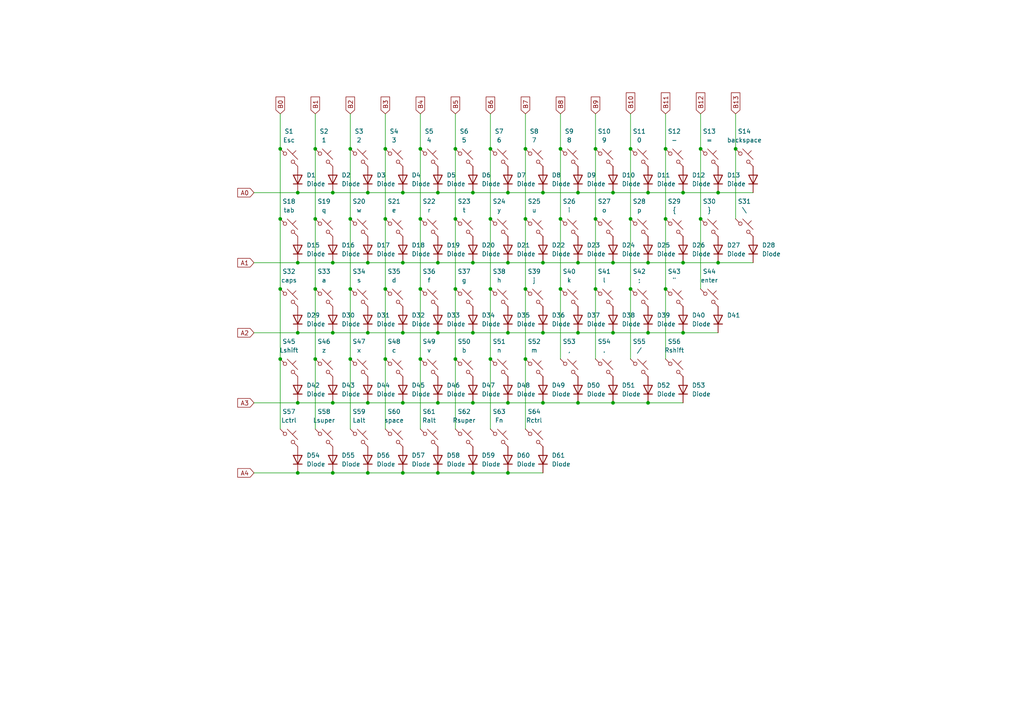
<source format=kicad_sch>
(kicad_sch (version 20231120) (generator "eeschema") (generator_version "8.0")
  (paper "A4")
  (title_block (title "KP1800 Matrix") (date "2025-03-19") (rev "0.1"))
  (junction (at 177.8 76.2))
  (junction (at 116.84 137.16))
  (junction (at 177.8 116.84))
  (junction (at 116.84 116.84))
  (junction (at 152.4 63.5))
  (junction (at 121.92 104.14))
  (junction (at 172.72 43.18))
  (junction (at 167.64 116.84))
  (junction (at 81.28 43.18))
  (junction (at 142.24 43.18))
  (junction (at 152.4 83.82))
  (junction (at 157.48 96.52))
  (junction (at 101.6 63.5))
  (junction (at 162.56 83.82))
  (junction (at 203.2 63.5))
  (junction (at 137.16 55.88))
  (junction (at 91.44 83.82))
  (junction (at 147.32 76.2))
  (junction (at 147.32 137.16))
  (junction (at 187.96 55.88))
  (junction (at 121.92 43.18))
  (junction (at 182.88 63.5))
  (junction (at 127 76.2))
  (junction (at 152.4 43.18))
  (junction (at 157.48 76.2))
  (junction (at 132.08 43.18))
  (junction (at 137.16 96.52))
  (junction (at 81.28 63.5))
  (junction (at 213.36 43.18))
  (junction (at 127 96.52))
  (junction (at 101.6 43.18))
  (junction (at 198.12 96.52))
  (junction (at 193.04 43.18))
  (junction (at 96.52 55.88))
  (junction (at 198.12 76.2))
  (junction (at 147.32 96.52))
  (junction (at 137.16 76.2))
  (junction (at 106.68 96.52))
  (junction (at 147.32 116.84))
  (junction (at 147.32 55.88))
  (junction (at 106.68 116.84))
  (junction (at 137.16 137.16))
  (junction (at 162.56 63.5))
  (junction (at 142.24 104.14))
  (junction (at 121.92 83.82))
  (junction (at 91.44 104.14))
  (junction (at 101.6 104.14))
  (junction (at 142.24 83.82))
  (junction (at 182.88 83.82))
  (junction (at 132.08 104.14))
  (junction (at 81.28 104.14))
  (junction (at 96.52 116.84))
  (junction (at 96.52 76.2))
  (junction (at 167.64 76.2))
  (junction (at 203.2 43.18))
  (junction (at 127 137.16))
  (junction (at 86.36 55.88))
  (junction (at 157.48 55.88))
  (junction (at 111.76 83.82))
  (junction (at 198.12 55.88))
  (junction (at 137.16 116.84))
  (junction (at 101.6 83.82))
  (junction (at 116.84 55.88))
  (junction (at 187.96 116.84))
  (junction (at 187.96 96.52))
  (junction (at 111.76 104.14))
  (junction (at 187.96 76.2))
  (junction (at 182.88 43.18))
  (junction (at 162.56 43.18))
  (junction (at 132.08 63.5))
  (junction (at 152.4 104.14))
  (junction (at 116.84 76.2))
  (junction (at 96.52 137.16))
  (junction (at 142.24 63.5))
  (junction (at 106.68 137.16))
  (junction (at 157.48 116.84))
  (junction (at 208.28 55.88))
  (junction (at 91.44 43.18))
  (junction (at 86.36 76.2))
  (junction (at 127 55.88))
  (junction (at 106.68 76.2))
  (junction (at 81.28 83.82))
  (junction (at 86.36 116.84))
  (junction (at 121.92 63.5))
  (junction (at 96.52 96.52))
  (junction (at 177.8 96.52))
  (junction (at 116.84 96.52))
  (junction (at 177.8 55.88))
  (junction (at 86.36 96.52))
  (junction (at 208.28 76.2))
  (junction (at 167.64 96.52))
  (junction (at 172.72 63.5))
  (junction (at 91.44 63.5))
  (junction (at 106.68 55.88))
  (junction (at 167.64 55.88))
  (junction (at 132.08 83.82))
  (junction (at 193.04 83.82))
  (junction (at 111.76 63.5))
  (junction (at 172.72 83.82))
  (junction (at 86.36 137.16))
  (junction (at 127 116.84))
  (junction (at 193.04 63.5))
  (junction (at 111.76 43.18))
  (wire (pts (xy 73.66 116.84) (xy 86.36 116.84)))
  (wire (pts (xy 172.72 63.5) (xy 172.72 83.82)))
  (wire (pts (xy 132.08 63.5) (xy 132.08 83.82)))
  (wire (pts (xy 162.56 63.5) (xy 162.56 83.82)))
  (wire (pts (xy 127 116.84) (xy 137.16 116.84)))
  (wire (pts (xy 96.52 137.16) (xy 106.68 137.16)))
  (wire (pts (xy 147.32 96.52) (xy 157.48 96.52)))
  (wire (pts (xy 127 76.2) (xy 137.16 76.2)))
  (wire (pts (xy 152.4 83.82) (xy 152.4 104.14)))
  (wire (pts (xy 116.84 76.2) (xy 127 76.2)))
  (wire (pts (xy 121.92 104.14) (xy 121.92 124.46)))
  (wire (pts (xy 137.16 96.52) (xy 147.32 96.52)))
  (wire (pts (xy 127 55.88) (xy 137.16 55.88)))
  (wire (pts (xy 187.96 76.2) (xy 198.12 76.2)))
  (wire (pts (xy 81.28 83.82) (xy 81.28 104.14)))
  (wire (pts (xy 177.8 55.88) (xy 187.96 55.88)))
  (wire (pts (xy 111.76 43.18) (xy 111.76 63.5)))
  (wire (pts (xy 81.28 43.18) (xy 81.28 63.5)))
  (wire (pts (xy 101.6 43.18) (xy 101.6 63.5)))
  (wire (pts (xy 86.36 76.2) (xy 96.52 76.2)))
  (wire (pts (xy 182.88 33.02) (xy 182.88 43.18)))
  (wire (pts (xy 121.92 83.82) (xy 121.92 104.14)))
  (wire (pts (xy 182.88 83.82) (xy 182.88 104.14)))
  (wire (pts (xy 86.36 96.52) (xy 96.52 96.52)))
  (wire (pts (xy 86.36 55.88) (xy 96.52 55.88)))
  (wire (pts (xy 167.64 76.2) (xy 177.8 76.2)))
  (wire (pts (xy 137.16 116.84) (xy 147.32 116.84)))
  (wire (pts (xy 132.08 104.14) (xy 132.08 124.46)))
  (wire (pts (xy 157.48 96.52) (xy 167.64 96.52)))
  (wire (pts (xy 177.8 76.2) (xy 187.96 76.2)))
  (wire (pts (xy 116.84 137.16) (xy 127 137.16)))
  (wire (pts (xy 73.66 137.16) (xy 86.36 137.16)))
  (wire (pts (xy 152.4 104.14) (xy 152.4 124.46)))
  (wire (pts (xy 177.8 116.84) (xy 187.96 116.84)))
  (wire (pts (xy 198.12 76.2) (xy 208.28 76.2)))
  (wire (pts (xy 162.56 83.82) (xy 162.56 104.14)))
  (wire (pts (xy 167.64 55.88) (xy 177.8 55.88)))
  (wire (pts (xy 193.04 33.02) (xy 193.04 43.18)))
  (wire (pts (xy 203.2 43.18) (xy 203.2 63.5)))
  (wire (pts (xy 81.28 104.14) (xy 81.28 124.46)))
  (wire (pts (xy 213.36 43.18) (xy 213.36 63.5)))
  (wire (pts (xy 96.52 116.84) (xy 106.68 116.84)))
  (wire (pts (xy 121.92 33.02) (xy 121.92 43.18)))
  (wire (pts (xy 187.96 96.52) (xy 198.12 96.52)))
  (wire (pts (xy 157.48 55.88) (xy 167.64 55.88)))
  (wire (pts (xy 137.16 55.88) (xy 147.32 55.88)))
  (wire (pts (xy 198.12 55.88) (xy 208.28 55.88)))
  (wire (pts (xy 147.32 137.16) (xy 157.48 137.16)))
  (wire (pts (xy 203.2 33.02) (xy 203.2 43.18)))
  (wire (pts (xy 73.66 55.88) (xy 86.36 55.88)))
  (wire (pts (xy 106.68 137.16) (xy 116.84 137.16)))
  (wire (pts (xy 91.44 33.02) (xy 91.44 43.18)))
  (wire (pts (xy 73.66 96.52) (xy 86.36 96.52)))
  (wire (pts (xy 111.76 83.82) (xy 111.76 104.14)))
  (wire (pts (xy 86.36 137.16) (xy 96.52 137.16)))
  (wire (pts (xy 193.04 43.18) (xy 193.04 63.5)))
  (wire (pts (xy 101.6 83.82) (xy 101.6 104.14)))
  (wire (pts (xy 81.28 33.02) (xy 81.28 43.18)))
  (wire (pts (xy 177.8 96.52) (xy 187.96 96.52)))
  (wire (pts (xy 81.28 63.5) (xy 81.28 83.82)))
  (wire (pts (xy 91.44 104.14) (xy 91.44 124.46)))
  (wire (pts (xy 111.76 63.5) (xy 111.76 83.82)))
  (wire (pts (xy 106.68 96.52) (xy 116.84 96.52)))
  (wire (pts (xy 142.24 43.18) (xy 142.24 63.5)))
  (wire (pts (xy 162.56 43.18) (xy 162.56 63.5)))
  (wire (pts (xy 157.48 116.84) (xy 167.64 116.84)))
  (wire (pts (xy 91.44 63.5) (xy 91.44 83.82)))
  (wire (pts (xy 121.92 43.18) (xy 121.92 63.5)))
  (wire (pts (xy 187.96 55.88) (xy 198.12 55.88)))
  (wire (pts (xy 116.84 116.84) (xy 127 116.84)))
  (wire (pts (xy 152.4 33.02) (xy 152.4 43.18)))
  (wire (pts (xy 142.24 104.14) (xy 142.24 124.46)))
  (wire (pts (xy 106.68 55.88) (xy 116.84 55.88)))
  (wire (pts (xy 106.68 76.2) (xy 116.84 76.2)))
  (wire (pts (xy 162.56 33.02) (xy 162.56 43.18)))
  (wire (pts (xy 137.16 76.2) (xy 147.32 76.2)))
  (wire (pts (xy 91.44 43.18) (xy 91.44 63.5)))
  (wire (pts (xy 73.66 76.2) (xy 86.36 76.2)))
  (wire (pts (xy 172.72 43.18) (xy 172.72 63.5)))
  (wire (pts (xy 167.64 116.84) (xy 177.8 116.84)))
  (wire (pts (xy 193.04 63.5) (xy 193.04 83.82)))
  (wire (pts (xy 147.32 76.2) (xy 157.48 76.2)))
  (wire (pts (xy 187.96 116.84) (xy 198.12 116.84)))
  (wire (pts (xy 142.24 33.02) (xy 142.24 43.18)))
  (wire (pts (xy 172.72 33.02) (xy 172.72 43.18)))
  (wire (pts (xy 198.12 96.52) (xy 208.28 96.52)))
  (wire (pts (xy 91.44 83.82) (xy 91.44 104.14)))
  (wire (pts (xy 96.52 76.2) (xy 106.68 76.2)))
  (wire (pts (xy 142.24 63.5) (xy 142.24 83.82)))
  (wire (pts (xy 132.08 43.18) (xy 132.08 63.5)))
  (wire (pts (xy 182.88 43.18) (xy 182.88 63.5)))
  (wire (pts (xy 101.6 104.14) (xy 101.6 124.46)))
  (wire (pts (xy 172.72 83.82) (xy 172.72 104.14)))
  (wire (pts (xy 203.2 63.5) (xy 203.2 83.82)))
  (wire (pts (xy 132.08 83.82) (xy 132.08 104.14)))
  (wire (pts (xy 116.84 55.88) (xy 127 55.88)))
  (wire (pts (xy 147.32 55.88) (xy 157.48 55.88)))
  (wire (pts (xy 96.52 55.88) (xy 106.68 55.88)))
  (wire (pts (xy 106.68 116.84) (xy 116.84 116.84)))
  (wire (pts (xy 132.08 33.02) (xy 132.08 43.18)))
  (wire (pts (xy 127 96.52) (xy 137.16 96.52)))
  (wire (pts (xy 142.24 83.82) (xy 142.24 104.14)))
  (wire (pts (xy 208.28 76.2) (xy 218.44 76.2)))
  (wire (pts (xy 137.16 137.16) (xy 147.32 137.16)))
  (wire (pts (xy 152.4 43.18) (xy 152.4 63.5)))
  (wire (pts (xy 111.76 104.14) (xy 111.76 124.46)))
  (wire (pts (xy 116.84 96.52) (xy 127 96.52)))
  (wire (pts (xy 96.52 96.52) (xy 106.68 96.52)))
  (wire (pts (xy 152.4 63.5) (xy 152.4 83.82)))
  (wire (pts (xy 167.64 96.52) (xy 177.8 96.52)))
  (wire (pts (xy 101.6 33.02) (xy 101.6 43.18)))
  (wire (pts (xy 127 137.16) (xy 137.16 137.16)))
  (wire (pts (xy 147.32 116.84) (xy 157.48 116.84)))
  (wire (pts (xy 86.36 116.84) (xy 96.52 116.84)))
  (wire (pts (xy 208.28 55.88) (xy 218.44 55.88)))
  (wire (pts (xy 101.6 63.5) (xy 101.6 83.82)))
  (wire (pts (xy 213.36 33.02) (xy 213.36 43.18)))
  (wire (pts (xy 111.76 33.02) (xy 111.76 43.18)))
  (wire (pts (xy 193.04 83.82) (xy 193.04 104.14)))
  (wire (pts (xy 182.88 63.5) (xy 182.88 83.82)))
  (wire (pts (xy 157.48 76.2) (xy 167.64 76.2)))
  (wire (pts (xy 121.92 63.5) (xy 121.92 83.82)))
  (global_label "B1" (shape input) (at 91.44 33.02 90) (property "Intersheetrefs" "${INTERSHEET_REFS}" (effects (hide yes))))
  (global_label "B4" (shape input) (at 121.92 33.02 90) (property "Intersheetrefs" "${INTERSHEET_REFS}" (effects (hide yes))))
  (global_label "B11" (shape input) (at 193.04 33.02 90) (property "Intersheetrefs" "${INTERSHEET_REFS}" (effects (hide yes))))
  (global_label "A1" (shape input) (at 73.66 76.2 180) (property "Intersheetrefs" "${INTERSHEET_REFS}" (effects (hide yes))))
  (global_label "B9" (shape input) (at 172.72 33.02 90) (property "Intersheetrefs" "${INTERSHEET_REFS}" (effects (hide yes))))
  (global_label "B13" (shape input) (at 213.36 33.02 90) (property "Intersheetrefs" "${INTERSHEET_REFS}" (effects (hide yes))))
  (global_label "A3" (shape input) (at 73.66 116.84 180) (property "Intersheetrefs" "${INTERSHEET_REFS}" (effects (hide yes))))
  (global_label "B0" (shape input) (at 81.28 33.02 90) (property "Intersheetrefs" "${INTERSHEET_REFS}" (effects (hide yes))))
  (global_label "A2" (shape input) (at 73.66 96.52 180) (property "Intersheetrefs" "${INTERSHEET_REFS}" (effects (hide yes))))
  (global_label "B10" (shape input) (at 182.88 33.02 90) (property "Intersheetrefs" "${INTERSHEET_REFS}" (effects (hide yes))))
  (global_label "B12" (shape input) (at 203.2 33.02 90) (property "Intersheetrefs" "${INTERSHEET_REFS}" (effects (hide yes))))
  (global_label "B6" (shape input) (at 142.24 33.02 90) (property "Intersheetrefs" "${INTERSHEET_REFS}" (effects (hide yes))))
  (global_label "A0" (shape input) (at 73.66 55.88 180) (property "Intersheetrefs" "${INTERSHEET_REFS}" (effects (hide yes))))
  (global_label "B7" (shape input) (at 152.4 33.02 90) (property "Intersheetrefs" "${INTERSHEET_REFS}" (effects (hide yes))))
  (global_label "B3" (shape input) (at 111.76 33.02 90) (property "Intersheetrefs" "${INTERSHEET_REFS}" (effects (hide yes))))
  (global_label "B5" (shape input) (at 132.08 33.02 90) (property "Intersheetrefs" "${INTERSHEET_REFS}" (effects (hide yes))))
  (global_label "B8" (shape input) (at 162.56 33.02 90) (property "Intersheetrefs" "${INTERSHEET_REFS}" (effects (hide yes))))
  (global_label "B2" (shape input) (at 101.6 33.02 90) (property "Intersheetrefs" "${INTERSHEET_REFS}" (effects (hide yes))))
  (global_label "A4" (shape input) (at 73.66 137.16 180) (property "Intersheetrefs" "${INTERSHEET_REFS}" (effects (hide yes))))
  (symbol (lib_id "ScottoKeebs:Placeholder_Keyswitch") (at 134.62 127 0) (unit 1)
    (property "Reference" "S62" (at 134.62 119.38 0))
    (property "Value" "Rsuper" (at 134.62 121.92 0))
    (property "Footprint" "ScottoKeebs_MX:MX_PCB_1.25u" (effects (hide yes)))
    (property "Description" "Push button switch, normally open, two pins, 45° tilted" (effects (hide yes)))
  )
  (symbol (lib_id "ScottoKeebs:Placeholder_Keyswitch") (at 83.82 86.36 0) (unit 1)
    (property "Reference" "S32" (at 83.82 78.74 0))
    (property "Value" "caps" (at 83.82 81.28 0))
    (property "Footprint" "ScottoKeebs_MX:MX_PCB_1.75u" (effects (hide yes)))
    (property "Description" "Push button switch, normally open, two pins, 45° tilted" (effects (hide yes)))
  )
  (symbol (lib_id "ScottoKeebs:Placeholder_Diode") (at 177.8 92.71 90) (unit 1)
    (property "Reference" "D38" (at 180.34 91.4399 90) (effects (justify right)))
    (property "Value" "Diode" (at 180.34 93.9799 90) (effects (justify right)))
    (property "Footprint" "Diode_SMD:D_SOD-123" (effects (hide yes)))
    (property "Description" "1N4148 (DO-35) or 1N4148W (SOD-123)" (effects (hide yes)))
    (property "Sim.Device" "D" (effects (hide yes)))
    (property "Sim.Pins" "1=K 2=A" (effects (hide yes)))
  )
  (symbol (lib_id "ScottoKeebs:Placeholder_Diode") (at 86.36 92.71 90) (unit 1)
    (property "Reference" "D29" (at 88.9 91.4399 90) (effects (justify right)))
    (property "Value" "Diode" (at 88.9 93.9799 90) (effects (justify right)))
    (property "Footprint" "Diode_SMD:D_SOD-123" (effects (hide yes)))
    (property "Description" "1N4148 (DO-35) or 1N4148W (SOD-123)" (effects (hide yes)))
    (property "Sim.Device" "D" (effects (hide yes)))
    (property "Sim.Pins" "1=K 2=A" (effects (hide yes)))
  )
  (symbol (lib_id "ScottoKeebs:Placeholder_Diode") (at 147.32 113.03 90) (unit 1)
    (property "Reference" "D48" (at 149.86 111.7599 90) (effects (justify right)))
    (property "Value" "Diode" (at 149.86 114.2999 90) (effects (justify right)))
    (property "Footprint" "Diode_SMD:D_SOD-123" (effects (hide yes)))
    (property "Description" "1N4148 (DO-35) or 1N4148W (SOD-123)" (effects (hide yes)))
    (property "Sim.Device" "D" (effects (hide yes)))
    (property "Sim.Pins" "1=K 2=A" (effects (hide yes)))
  )
  (symbol (lib_id "ScottoKeebs:Placeholder_Keyswitch") (at 195.58 66.04 0) (unit 1)
    (property "Reference" "S29" (at 195.58 58.42 0))
    (property "Value" "{" (at 195.58 60.96 0))
    (property "Footprint" "ScottoKeebs_MX:MX_PCB_1.00u" (effects (hide yes)))
    (property "Description" "Push button switch, normally open, two pins, 45° tilted" (effects (hide yes)))
  )
  (symbol (lib_id "ScottoKeebs:Placeholder_Keyswitch") (at 124.46 66.04 0) (unit 1)
    (property "Reference" "S22" (at 124.46 58.42 0))
    (property "Value" "r" (at 124.46 60.96 0))
    (property "Footprint" "ScottoKeebs_MX:MX_PCB_1.00u" (effects (hide yes)))
    (property "Description" "Push button switch, normally open, two pins, 45° tilted" (effects (hide yes)))
  )
  (symbol (lib_id "ScottoKeebs:Placeholder_Diode") (at 167.64 92.71 90) (unit 1)
    (property "Reference" "D37" (at 170.18 91.4399 90) (effects (justify right)))
    (property "Value" "Diode" (at 170.18 93.9799 90) (effects (justify right)))
    (property "Footprint" "Diode_SMD:D_SOD-123" (effects (hide yes)))
    (property "Description" "1N4148 (DO-35) or 1N4148W (SOD-123)" (effects (hide yes)))
    (property "Sim.Device" "D" (effects (hide yes)))
    (property "Sim.Pins" "1=K 2=A" (effects (hide yes)))
  )
  (symbol (lib_id "ScottoKeebs:Placeholder_Keyswitch") (at 154.94 66.04 0) (unit 1)
    (property "Reference" "S25" (at 154.94 58.42 0))
    (property "Value" "u" (at 154.94 60.96 0))
    (property "Footprint" "ScottoKeebs_MX:MX_PCB_1.00u" (effects (hide yes)))
    (property "Description" "Push button switch, normally open, two pins, 45° tilted" (effects (hide yes)))
  )
  (symbol (lib_id "ScottoKeebs:Placeholder_Diode") (at 116.84 113.03 90) (unit 1)
    (property "Reference" "D45" (at 119.38 111.7599 90) (effects (justify right)))
    (property "Value" "Diode" (at 119.38 114.2999 90) (effects (justify right)))
    (property "Footprint" "Diode_SMD:D_SOD-123" (effects (hide yes)))
    (property "Description" "1N4148 (DO-35) or 1N4148W (SOD-123)" (effects (hide yes)))
    (property "Sim.Device" "D" (effects (hide yes)))
    (property "Sim.Pins" "1=K 2=A" (effects (hide yes)))
  )
  (symbol (lib_id "ScottoKeebs:Placeholder_Diode") (at 198.12 72.39 90) (unit 1)
    (property "Reference" "D26" (at 200.66 71.1199 90) (effects (justify right)))
    (property "Value" "Diode" (at 200.66 73.6599 90) (effects (justify right)))
    (property "Footprint" "Diode_SMD:D_SOD-123" (effects (hide yes)))
    (property "Description" "1N4148 (DO-35) or 1N4148W (SOD-123)" (effects (hide yes)))
    (property "Sim.Device" "D" (effects (hide yes)))
    (property "Sim.Pins" "1=K 2=A" (effects (hide yes)))
  )
  (symbol (lib_id "ScottoKeebs:Placeholder_Keyswitch") (at 185.42 45.72 0) (unit 1)
    (property "Reference" "S11" (at 185.42 38.1 0))
    (property "Value" "0" (at 185.42 40.64 0))
    (property "Footprint" "ScottoKeebs_MX:MX_PCB_1.00u" (effects (hide yes)))
    (property "Description" "Push button switch, normally open, two pins, 45° tilted" (effects (hide yes)))
  )
  (symbol (lib_id "ScottoKeebs:Placeholder_Keyswitch") (at 165.1 45.72 0) (unit 1)
    (property "Reference" "S9" (at 165.1 38.1 0))
    (property "Value" "8" (at 165.1 40.64 0))
    (property "Footprint" "ScottoKeebs_MX:MX_PCB_1.00u" (effects (hide yes)))
    (property "Description" "Push button switch, normally open, two pins, 45° tilted" (effects (hide yes)))
  )
  (symbol (lib_id "ScottoKeebs:Placeholder_Keyswitch") (at 83.82 127 0) (unit 1)
    (property "Reference" "S57" (at 83.82 119.38 0))
    (property "Value" "Lctrl" (at 83.82 121.92 0))
    (property "Footprint" "ScottoKeebs_MX:MX_PCB_1.25u" (effects (hide yes)))
    (property "Description" "Push button switch, normally open, two pins, 45° tilted" (effects (hide yes)))
  )
  (symbol (lib_id "ScottoKeebs:Placeholder_Keyswitch") (at 205.74 86.36 0) (unit 1)
    (property "Reference" "S44" (at 205.74 78.74 0))
    (property "Value" "enter" (at 205.74 81.28 0))
    (property "Footprint" "ScottoKeebs_MX:MX_PCB_2.25u" (effects (hide yes)))
    (property "Description" "Push button switch, normally open, two pins, 45° tilted" (effects (hide yes)))
  )
  (symbol (lib_id "ScottoKeebs:Placeholder_Diode") (at 86.36 133.35 90) (unit 1)
    (property "Reference" "D54" (at 88.9 132.0799 90) (effects (justify right)))
    (property "Value" "Diode" (at 88.9 134.6199 90) (effects (justify right)))
    (property "Footprint" "Diode_SMD:D_SOD-123" (effects (hide yes)))
    (property "Description" "1N4148 (DO-35) or 1N4148W (SOD-123)" (effects (hide yes)))
    (property "Sim.Device" "D" (effects (hide yes)))
    (property "Sim.Pins" "1=K 2=A" (effects (hide yes)))
  )
  (symbol (lib_id "ScottoKeebs:Placeholder_Keyswitch") (at 144.78 106.68 0) (unit 1)
    (property "Reference" "S51" (at 144.78 99.06 0))
    (property "Value" "n" (at 144.78 101.6 0))
    (property "Footprint" "ScottoKeebs_MX:MX_PCB_1.00u" (effects (hide yes)))
    (property "Description" "Push button switch, normally open, two pins, 45° tilted" (effects (hide yes)))
  )
  (symbol (lib_id "ScottoKeebs:Placeholder_Diode") (at 147.32 52.07 90) (unit 1)
    (property "Reference" "D7" (at 149.86 50.7999 90) (effects (justify right)))
    (property "Value" "Diode" (at 149.86 53.3399 90) (effects (justify right)))
    (property "Footprint" "Diode_SMD:D_SOD-123" (effects (hide yes)))
    (property "Description" "1N4148 (DO-35) or 1N4148W (SOD-123)" (effects (hide yes)))
    (property "Sim.Device" "D" (effects (hide yes)))
    (property "Sim.Pins" "1=K 2=A" (effects (hide yes)))
  )
  (symbol (lib_id "ScottoKeebs:Placeholder_Diode") (at 127 52.07 90) (unit 1)
    (property "Reference" "D5" (at 129.54 50.7999 90) (effects (justify right)))
    (property "Value" "Diode" (at 129.54 53.3399 90) (effects (justify right)))
    (property "Footprint" "Diode_SMD:D_SOD-123" (effects (hide yes)))
    (property "Description" "1N4148 (DO-35) or 1N4148W (SOD-123)" (effects (hide yes)))
    (property "Sim.Device" "D" (effects (hide yes)))
    (property "Sim.Pins" "1=K 2=A" (effects (hide yes)))
  )
  (symbol (lib_id "ScottoKeebs:Placeholder_Diode") (at 106.68 113.03 90) (unit 1)
    (property "Reference" "D44" (at 109.22 111.7599 90) (effects (justify right)))
    (property "Value" "Diode" (at 109.22 114.2999 90) (effects (justify right)))
    (property "Footprint" "Diode_SMD:D_SOD-123" (effects (hide yes)))
    (property "Description" "1N4148 (DO-35) or 1N4148W (SOD-123)" (effects (hide yes)))
    (property "Sim.Device" "D" (effects (hide yes)))
    (property "Sim.Pins" "1=K 2=A" (effects (hide yes)))
  )
  (symbol (lib_id "ScottoKeebs:Placeholder_Diode") (at 106.68 72.39 90) (unit 1)
    (property "Reference" "D17" (at 109.22 71.1199 90) (effects (justify right)))
    (property "Value" "Diode" (at 109.22 73.6599 90) (effects (justify right)))
    (property "Footprint" "Diode_SMD:D_SOD-123" (effects (hide yes)))
    (property "Description" "1N4148 (DO-35) or 1N4148W (SOD-123)" (effects (hide yes)))
    (property "Sim.Device" "D" (effects (hide yes)))
    (property "Sim.Pins" "1=K 2=A" (effects (hide yes)))
  )
  (symbol (lib_id "ScottoKeebs:Placeholder_Keyswitch") (at 83.82 45.72 0) (unit 1)
    (property "Reference" "S1" (at 83.82 38.1 0))
    (property "Value" "Esc" (at 83.82 40.64 0))
    (property "Footprint" "ScottoKeebs_MX:MX_PCB_1.00u" (effects (hide yes)))
    (property "Description" "Push button switch, normally open, two pins, 45° tilted" (effects (hide yes)))
  )
  (symbol (lib_id "ScottoKeebs:Placeholder_Keyswitch") (at 195.58 106.68 0) (unit 1)
    (property "Reference" "S56" (at 195.58 99.06 0))
    (property "Value" "Rshift" (at 195.58 101.6 0))
    (property "Footprint" "ScottoKeebs_MX:MX_PCB_2.75u" (effects (hide yes)))
    (property "Description" "Push button switch, normally open, two pins, 45° tilted" (effects (hide yes)))
  )
  (symbol (lib_id "ScottoKeebs:Placeholder_Diode") (at 127 72.39 90) (unit 1)
    (property "Reference" "D19" (at 129.54 71.1199 90) (effects (justify right)))
    (property "Value" "Diode" (at 129.54 73.6599 90) (effects (justify right)))
    (property "Footprint" "Diode_SMD:D_SOD-123" (effects (hide yes)))
    (property "Description" "1N4148 (DO-35) or 1N4148W (SOD-123)" (effects (hide yes)))
    (property "Sim.Device" "D" (effects (hide yes)))
    (property "Sim.Pins" "1=K 2=A" (effects (hide yes)))
  )
  (symbol (lib_id "ScottoKeebs:Placeholder_Keyswitch") (at 114.3 106.68 0) (unit 1)
    (property "Reference" "S48" (at 114.3 99.06 0))
    (property "Value" "c" (at 114.3 101.6 0))
    (property "Footprint" "ScottoKeebs_MX:MX_PCB_1.00u" (effects (hide yes)))
    (property "Description" "Push button switch, normally open, two pins, 45° tilted" (effects (hide yes)))
  )
  (symbol (lib_id "ScottoKeebs:Placeholder_Keyswitch") (at 205.74 66.04 0) (unit 1)
    (property "Reference" "S30" (at 205.74 58.42 0))
    (property "Value" "}" (at 205.74 60.96 0))
    (property "Footprint" "ScottoKeebs_MX:MX_PCB_1.00u" (effects (hide yes)))
    (property "Description" "Push button switch, normally open, two pins, 45° tilted" (effects (hide yes)))
  )
  (symbol (lib_id "ScottoKeebs:Placeholder_Diode") (at 177.8 72.39 90) (unit 1)
    (property "Reference" "D24" (at 180.34 71.1199 90) (effects (justify right)))
    (property "Value" "Diode" (at 180.34 73.6599 90) (effects (justify right)))
    (property "Footprint" "Diode_SMD:D_SOD-123" (effects (hide yes)))
    (property "Description" "1N4148 (DO-35) or 1N4148W (SOD-123)" (effects (hide yes)))
    (property "Sim.Device" "D" (effects (hide yes)))
    (property "Sim.Pins" "1=K 2=A" (effects (hide yes)))
  )
  (symbol (lib_id "ScottoKeebs:Placeholder_Diode") (at 177.8 52.07 90) (unit 1)
    (property "Reference" "D10" (at 180.34 50.7999 90) (effects (justify right)))
    (property "Value" "Diode" (at 180.34 53.3399 90) (effects (justify right)))
    (property "Footprint" "Diode_SMD:D_SOD-123" (effects (hide yes)))
    (property "Description" "1N4148 (DO-35) or 1N4148W (SOD-123)" (effects (hide yes)))
    (property "Sim.Device" "D" (effects (hide yes)))
    (property "Sim.Pins" "1=K 2=A" (effects (hide yes)))
  )
  (symbol (lib_id "ScottoKeebs:Placeholder_Diode") (at 147.32 133.35 90) (unit 1)
    (property "Reference" "D60" (at 149.86 132.0799 90) (effects (justify right)))
    (property "Value" "Diode" (at 149.86 134.6199 90) (effects (justify right)))
    (property "Footprint" "Diode_SMD:D_SOD-123" (effects (hide yes)))
    (property "Description" "1N4148 (DO-35) or 1N4148W (SOD-123)" (effects (hide yes)))
    (property "Sim.Device" "D" (effects (hide yes)))
    (property "Sim.Pins" "1=K 2=A" (effects (hide yes)))
  )
  (symbol (lib_id "ScottoKeebs:Placeholder_Keyswitch") (at 144.78 66.04 0) (unit 1)
    (property "Reference" "S24" (at 144.78 58.42 0))
    (property "Value" "y" (at 144.78 60.96 0))
    (property "Footprint" "ScottoKeebs_MX:MX_PCB_1.00u" (effects (hide yes)))
    (property "Description" "Push button switch, normally open, two pins, 45° tilted" (effects (hide yes)))
  )
  (symbol (lib_id "ScottoKeebs:Placeholder_Keyswitch") (at 175.26 45.72 0) (unit 1)
    (property "Reference" "S10" (at 175.26 38.1 0))
    (property "Value" "9" (at 175.26 40.64 0))
    (property "Footprint" "ScottoKeebs_MX:MX_PCB_1.00u" (effects (hide yes)))
    (property "Description" "Push button switch, normally open, two pins, 45° tilted" (effects (hide yes)))
  )
  (symbol (lib_id "ScottoKeebs:Placeholder_Diode") (at 157.48 113.03 90) (unit 1)
    (property "Reference" "D49" (at 160.02 111.7599 90) (effects (justify right)))
    (property "Value" "Diode" (at 160.02 114.2999 90) (effects (justify right)))
    (property "Footprint" "Diode_SMD:D_SOD-123" (effects (hide yes)))
    (property "Description" "1N4148 (DO-35) or 1N4148W (SOD-123)" (effects (hide yes)))
    (property "Sim.Device" "D" (effects (hide yes)))
    (property "Sim.Pins" "1=K 2=A" (effects (hide yes)))
  )
  (symbol (lib_id "ScottoKeebs:Placeholder_Diode") (at 208.28 72.39 90) (unit 1)
    (property "Reference" "D27" (at 210.82 71.1199 90) (effects (justify right)))
    (property "Value" "Diode" (at 210.82 73.6599 90) (effects (justify right)))
    (property "Footprint" "Diode_SMD:D_SOD-123" (effects (hide yes)))
    (property "Description" "1N4148 (DO-35) or 1N4148W (SOD-123)" (effects (hide yes)))
    (property "Sim.Device" "D" (effects (hide yes)))
    (property "Sim.Pins" "1=K 2=A" (effects (hide yes)))
  )
  (symbol (lib_id "ScottoKeebs:Placeholder_Keyswitch") (at 104.14 45.72 0) (unit 1)
    (property "Reference" "S3" (at 104.14 38.1 0))
    (property "Value" "2" (at 104.14 40.64 0))
    (property "Footprint" "ScottoKeebs_MX:MX_PCB_1.00u" (effects (hide yes)))
    (property "Description" "Push button switch, normally open, two pins, 45° tilted" (effects (hide yes)))
  )
  (symbol (lib_id "ScottoKeebs:Placeholder_Diode") (at 137.16 113.03 90) (unit 1)
    (property "Reference" "D47" (at 139.7 111.7599 90) (effects (justify right)))
    (property "Value" "Diode" (at 139.7 114.2999 90) (effects (justify right)))
    (property "Footprint" "Diode_SMD:D_SOD-123" (effects (hide yes)))
    (property "Description" "1N4148 (DO-35) or 1N4148W (SOD-123)" (effects (hide yes)))
    (property "Sim.Device" "D" (effects (hide yes)))
    (property "Sim.Pins" "1=K 2=A" (effects (hide yes)))
  )
  (symbol (lib_id "ScottoKeebs:Placeholder_Diode") (at 157.48 133.35 90) (unit 1)
    (property "Reference" "D61" (at 160.02 132.0799 90) (effects (justify right)))
    (property "Value" "Diode" (at 160.02 134.6199 90) (effects (justify right)))
    (property "Footprint" "Diode_SMD:D_SOD-123" (effects (hide yes)))
    (property "Description" "1N4148 (DO-35) or 1N4148W (SOD-123)" (effects (hide yes)))
    (property "Sim.Device" "D" (effects (hide yes)))
    (property "Sim.Pins" "1=K 2=A" (effects (hide yes)))
  )
  (symbol (lib_id "ScottoKeebs:Placeholder_Keyswitch") (at 114.3 66.04 0) (unit 1)
    (property "Reference" "S21" (at 114.3 58.42 0))
    (property "Value" "e" (at 114.3 60.96 0))
    (property "Footprint" "ScottoKeebs_MX:MX_PCB_1.00u" (effects (hide yes)))
    (property "Description" "Push button switch, normally open, two pins, 45° tilted" (effects (hide yes)))
  )
  (symbol (lib_id "ScottoKeebs:Placeholder_Keyswitch") (at 104.14 86.36 0) (unit 1)
    (property "Reference" "S34" (at 104.14 78.74 0))
    (property "Value" "s" (at 104.14 81.28 0))
    (property "Footprint" "ScottoKeebs_MX:MX_PCB_1.00u" (effects (hide yes)))
    (property "Description" "Push button switch, normally open, two pins, 45° tilted" (effects (hide yes)))
  )
  (symbol (lib_id "ScottoKeebs:Placeholder_Keyswitch") (at 83.82 66.04 0) (unit 1)
    (property "Reference" "S18" (at 83.82 58.42 0))
    (property "Value" "tab" (at 83.82 60.96 0))
    (property "Footprint" "ScottoKeebs_MX:MX_PCB_1.50u" (effects (hide yes)))
    (property "Description" "Push button switch, normally open, two pins, 45° tilted" (effects (hide yes)))
  )
  (symbol (lib_id "ScottoKeebs:Placeholder_Keyswitch") (at 154.94 127 0) (unit 1)
    (property "Reference" "S64" (at 154.94 119.38 0))
    (property "Value" "Rctrl" (at 154.94 121.92 0))
    (property "Footprint" "ScottoKeebs_MX:MX_PCB_1.25u" (effects (hide yes)))
    (property "Description" "Push button switch, normally open, two pins, 45° tilted" (effects (hide yes)))
  )
  (symbol (lib_id "ScottoKeebs:Placeholder_Keyswitch") (at 195.58 86.36 0) (unit 1)
    (property "Reference" "S43" (at 195.58 78.74 0))
    (property "Value" "\"" (at 195.58 81.28 0))
    (property "Footprint" "ScottoKeebs_MX:MX_PCB_1.00u" (effects (hide yes)))
    (property "Description" "Push button switch, normally open, two pins, 45° tilted" (effects (hide yes)))
  )
  (symbol (lib_id "ScottoKeebs:Placeholder_Diode") (at 116.84 133.35 90) (unit 1)
    (property "Reference" "D57" (at 119.38 132.0799 90) (effects (justify right)))
    (property "Value" "Diode" (at 119.38 134.6199 90) (effects (justify right)))
    (property "Footprint" "Diode_SMD:D_SOD-123" (effects (hide yes)))
    (property "Description" "1N4148 (DO-35) or 1N4148W (SOD-123)" (effects (hide yes)))
    (property "Sim.Device" "D" (effects (hide yes)))
    (property "Sim.Pins" "1=K 2=A" (effects (hide yes)))
  )
  (symbol (lib_id "ScottoKeebs:Placeholder_Diode") (at 167.64 52.07 90) (unit 1)
    (property "Reference" "D9" (at 170.18 50.7999 90) (effects (justify right)))
    (property "Value" "Diode" (at 170.18 53.3399 90) (effects (justify right)))
    (property "Footprint" "Diode_SMD:D_SOD-123" (effects (hide yes)))
    (property "Description" "1N4148 (DO-35) or 1N4148W (SOD-123)" (effects (hide yes)))
    (property "Sim.Device" "D" (effects (hide yes)))
    (property "Sim.Pins" "1=K 2=A" (effects (hide yes)))
  )
  (symbol (lib_id "ScottoKeebs:Placeholder_Keyswitch") (at 175.26 106.68 0) (unit 1)
    (property "Reference" "S54" (at 175.26 99.06 0))
    (property "Value" "." (at 175.26 101.6 0))
    (property "Footprint" "ScottoKeebs_MX:MX_PCB_1.00u" (effects (hide yes)))
    (property "Description" "Push button switch, normally open, two pins, 45° tilted" (effects (hide yes)))
  )
  (symbol (lib_id "ScottoKeebs:Placeholder_Keyswitch") (at 114.3 45.72 0) (unit 1)
    (property "Reference" "S4" (at 114.3 38.1 0))
    (property "Value" "3" (at 114.3 40.64 0))
    (property "Footprint" "ScottoKeebs_MX:MX_PCB_1.00u" (effects (hide yes)))
    (property "Description" "Push button switch, normally open, two pins, 45° tilted" (effects (hide yes)))
  )
  (symbol (lib_id "ScottoKeebs:Placeholder_Keyswitch") (at 114.3 127 0) (unit 1)
    (property "Reference" "S60" (at 114.3 119.38 0))
    (property "Value" "space" (at 114.3 121.92 0))
    (property "Footprint" "ScottoKeebs_MX:MX_PCB_6.25u" (effects (hide yes)))
    (property "Description" "Push button switch, normally open, two pins, 45° tilted" (effects (hide yes)))
  )
  (symbol (lib_id "ScottoKeebs:Placeholder_Keyswitch") (at 175.26 66.04 0) (unit 1)
    (property "Reference" "S27" (at 175.26 58.42 0))
    (property "Value" "o" (at 175.26 60.96 0))
    (property "Footprint" "ScottoKeebs_MX:MX_PCB_1.00u" (effects (hide yes)))
    (property "Description" "Push button switch, normally open, two pins, 45° tilted" (effects (hide yes)))
  )
  (symbol (lib_id "ScottoKeebs:Placeholder_Keyswitch") (at 144.78 86.36 0) (unit 1)
    (property "Reference" "S38" (at 144.78 78.74 0))
    (property "Value" "h" (at 144.78 81.28 0))
    (property "Footprint" "ScottoKeebs_MX:MX_PCB_1.00u" (effects (hide yes)))
    (property "Description" "Push button switch, normally open, two pins, 45° tilted" (effects (hide yes)))
  )
  (symbol (lib_id "ScottoKeebs:Placeholder_Diode") (at 208.28 52.07 90) (unit 1)
    (property "Reference" "D13" (at 210.82 50.7999 90) (effects (justify right)))
    (property "Value" "Diode" (at 210.82 53.3399 90) (effects (justify right)))
    (property "Footprint" "Diode_SMD:D_SOD-123" (effects (hide yes)))
    (property "Description" "1N4148 (DO-35) or 1N4148W (SOD-123)" (effects (hide yes)))
    (property "Sim.Device" "D" (effects (hide yes)))
    (property "Sim.Pins" "1=K 2=A" (effects (hide yes)))
  )
  (symbol (lib_id "ScottoKeebs:Placeholder_Keyswitch") (at 134.62 106.68 0) (unit 1)
    (property "Reference" "S50" (at 134.62 99.06 0))
    (property "Value" "b" (at 134.62 101.6 0))
    (property "Footprint" "ScottoKeebs_MX:MX_PCB_1.00u" (effects (hide yes)))
    (property "Description" "Push button switch, normally open, two pins, 45° tilted" (effects (hide yes)))
  )
  (symbol (lib_id "ScottoKeebs:Placeholder_Keyswitch") (at 165.1 86.36 0) (unit 1)
    (property "Reference" "S40" (at 165.1 78.74 0))
    (property "Value" "k" (at 165.1 81.28 0))
    (property "Footprint" "ScottoKeebs_MX:MX_PCB_1.00u" (effects (hide yes)))
    (property "Description" "Push button switch, normally open, two pins, 45° tilted" (effects (hide yes)))
  )
  (symbol (lib_id "ScottoKeebs:Placeholder_Keyswitch") (at 144.78 45.72 0) (unit 1)
    (property "Reference" "S7" (at 144.78 38.1 0))
    (property "Value" "6" (at 144.78 40.64 0))
    (property "Footprint" "ScottoKeebs_MX:MX_PCB_1.00u" (effects (hide yes)))
    (property "Description" "Push button switch, normally open, two pins, 45° tilted" (effects (hide yes)))
  )
  (symbol (lib_id "ScottoKeebs:Placeholder_Diode") (at 116.84 92.71 90) (unit 1)
    (property "Reference" "D32" (at 119.38 91.4399 90) (effects (justify right)))
    (property "Value" "Diode" (at 119.38 93.9799 90) (effects (justify right)))
    (property "Footprint" "Diode_SMD:D_SOD-123" (effects (hide yes)))
    (property "Description" "1N4148 (DO-35) or 1N4148W (SOD-123)" (effects (hide yes)))
    (property "Sim.Device" "D" (effects (hide yes)))
    (property "Sim.Pins" "1=K 2=A" (effects (hide yes)))
  )
  (symbol (lib_id "ScottoKeebs:Placeholder_Diode") (at 177.8 113.03 90) (unit 1)
    (property "Reference" "D51" (at 180.34 111.7599 90) (effects (justify right)))
    (property "Value" "Diode" (at 180.34 114.2999 90) (effects (justify right)))
    (property "Footprint" "Diode_SMD:D_SOD-123" (effects (hide yes)))
    (property "Description" "1N4148 (DO-35) or 1N4148W (SOD-123)" (effects (hide yes)))
    (property "Sim.Device" "D" (effects (hide yes)))
    (property "Sim.Pins" "1=K 2=A" (effects (hide yes)))
  )
  (symbol (lib_id "ScottoKeebs:Placeholder_Diode") (at 147.32 72.39 90) (unit 1)
    (property "Reference" "D21" (at 149.86 71.1199 90) (effects (justify right)))
    (property "Value" "Diode" (at 149.86 73.6599 90) (effects (justify right)))
    (property "Footprint" "Diode_SMD:D_SOD-123" (effects (hide yes)))
    (property "Description" "1N4148 (DO-35) or 1N4148W (SOD-123)" (effects (hide yes)))
    (property "Sim.Device" "D" (effects (hide yes)))
    (property "Sim.Pins" "1=K 2=A" (effects (hide yes)))
  )
  (symbol (lib_id "ScottoKeebs:Placeholder_Diode") (at 218.44 72.39 90) (unit 1)
    (property "Reference" "D28" (at 220.98 71.1199 90) (effects (justify right)))
    (property "Value" "Diode" (at 220.98 73.6599 90) (effects (justify right)))
    (property "Footprint" "Diode_SMD:D_SOD-123" (effects (hide yes)))
    (property "Description" "1N4148 (DO-35) or 1N4148W (SOD-123)" (effects (hide yes)))
    (property "Sim.Device" "D" (effects (hide yes)))
    (property "Sim.Pins" "1=K 2=A" (effects (hide yes)))
  )
  (symbol (lib_id "ScottoKeebs:Placeholder_Diode") (at 198.12 113.03 90) (unit 1)
    (property "Reference" "D53" (at 200.66 111.7599 90) (effects (justify right)))
    (property "Value" "Diode" (at 200.66 114.2999 90) (effects (justify right)))
    (property "Footprint" "Diode_SMD:D_SOD-123" (effects (hide yes)))
    (property "Description" "1N4148 (DO-35) or 1N4148W (SOD-123)" (effects (hide yes)))
    (property "Sim.Device" "D" (effects (hide yes)))
    (property "Sim.Pins" "1=K 2=A" (effects (hide yes)))
  )
  (symbol (lib_id "ScottoKeebs:Placeholder_Diode") (at 198.12 52.07 90) (unit 1)
    (property "Reference" "D12" (at 200.66 50.7999 90) (effects (justify right)))
    (property "Value" "Diode" (at 200.66 53.3399 90) (effects (justify right)))
    (property "Footprint" "Diode_SMD:D_SOD-123" (effects (hide yes)))
    (property "Description" "1N4148 (DO-35) or 1N4148W (SOD-123)" (effects (hide yes)))
    (property "Sim.Device" "D" (effects (hide yes)))
    (property "Sim.Pins" "1=K 2=A" (effects (hide yes)))
  )
  (symbol (lib_id "ScottoKeebs:Placeholder_Keyswitch") (at 165.1 106.68 0) (unit 1)
    (property "Reference" "S53" (at 165.1 99.06 0))
    (property "Value" "," (at 165.1 101.6 0))
    (property "Footprint" "ScottoKeebs_MX:MX_PCB_1.00u" (effects (hide yes)))
    (property "Description" "Push button switch, normally open, two pins, 45° tilted" (effects (hide yes)))
  )
  (symbol (lib_id "ScottoKeebs:Placeholder_Diode") (at 137.16 92.71 90) (unit 1)
    (property "Reference" "D34" (at 139.7 91.4399 90) (effects (justify right)))
    (property "Value" "Diode" (at 139.7 93.9799 90) (effects (justify right)))
    (property "Footprint" "Diode_SMD:D_SOD-123" (effects (hide yes)))
    (property "Description" "1N4148 (DO-35) or 1N4148W (SOD-123)" (effects (hide yes)))
    (property "Sim.Device" "D" (effects (hide yes)))
    (property "Sim.Pins" "1=K 2=A" (effects (hide yes)))
  )
  (symbol (lib_id "ScottoKeebs:Placeholder_Keyswitch") (at 104.14 106.68 0) (unit 1)
    (property "Reference" "S47" (at 104.14 99.06 0))
    (property "Value" "x" (at 104.14 101.6 0))
    (property "Footprint" "ScottoKeebs_MX:MX_PCB_1.00u" (effects (hide yes)))
    (property "Description" "Push button switch, normally open, two pins, 45° tilted" (effects (hide yes)))
  )
  (symbol (lib_id "ScottoKeebs:Placeholder_Keyswitch") (at 83.82 106.68 0) (unit 1)
    (property "Reference" "S45" (at 83.82 99.06 0))
    (property "Value" "Lshift" (at 83.82 101.6 0))
    (property "Footprint" "ScottoKeebs_MX:MX_PCB_2.25u" (effects (hide yes)))
    (property "Description" "Push button switch, normally open, two pins, 45° tilted" (effects (hide yes)))
  )
  (symbol (lib_id "ScottoKeebs:Placeholder_Diode") (at 157.48 52.07 90) (unit 1)
    (property "Reference" "D8" (at 160.02 50.7999 90) (effects (justify right)))
    (property "Value" "Diode" (at 160.02 53.3399 90) (effects (justify right)))
    (property "Footprint" "Diode_SMD:D_SOD-123" (effects (hide yes)))
    (property "Description" "1N4148 (DO-35) or 1N4148W (SOD-123)" (effects (hide yes)))
    (property "Sim.Device" "D" (effects (hide yes)))
    (property "Sim.Pins" "1=K 2=A" (effects (hide yes)))
  )
  (symbol (lib_id "ScottoKeebs:Placeholder_Keyswitch") (at 124.46 86.36 0) (unit 1)
    (property "Reference" "S36" (at 124.46 78.74 0))
    (property "Value" "f" (at 124.46 81.28 0))
    (property "Footprint" "ScottoKeebs_MX:MX_PCB_1.00u" (effects (hide yes)))
    (property "Description" "Push button switch, normally open, two pins, 45° tilted" (effects (hide yes)))
  )
  (symbol (lib_id "ScottoKeebs:Placeholder_Keyswitch") (at 93.98 127 0) (unit 1)
    (property "Reference" "S58" (at 93.98 119.38 0))
    (property "Value" "Lsuper" (at 93.98 121.92 0))
    (property "Footprint" "ScottoKeebs_MX:MX_PCB_1.25u" (effects (hide yes)))
    (property "Description" "Push button switch, normally open, two pins, 45° tilted" (effects (hide yes)))
  )
  (symbol (lib_id "ScottoKeebs:Placeholder_Keyswitch") (at 104.14 66.04 0) (unit 1)
    (property "Reference" "S20" (at 104.14 58.42 0))
    (property "Value" "w" (at 104.14 60.96 0))
    (property "Footprint" "ScottoKeebs_MX:MX_PCB_1.00u" (effects (hide yes)))
    (property "Description" "Push button switch, normally open, two pins, 45° tilted" (effects (hide yes)))
  )
  (symbol (lib_id "ScottoKeebs:Placeholder_Diode") (at 96.52 133.35 90) (unit 1)
    (property "Reference" "D55" (at 99.06 132.0799 90) (effects (justify right)))
    (property "Value" "Diode" (at 99.06 134.6199 90) (effects (justify right)))
    (property "Footprint" "Diode_SMD:D_SOD-123" (effects (hide yes)))
    (property "Description" "1N4148 (DO-35) or 1N4148W (SOD-123)" (effects (hide yes)))
    (property "Sim.Device" "D" (effects (hide yes)))
    (property "Sim.Pins" "1=K 2=A" (effects (hide yes)))
  )
  (symbol (lib_id "ScottoKeebs:Placeholder_Keyswitch") (at 134.62 45.72 0) (unit 1)
    (property "Reference" "S6" (at 134.62 38.1 0))
    (property "Value" "5" (at 134.62 40.64 0))
    (property "Footprint" "ScottoKeebs_MX:MX_PCB_1.00u" (effects (hide yes)))
    (property "Description" "Push button switch, normally open, two pins, 45° tilted" (effects (hide yes)))
  )
  (symbol (lib_id "ScottoKeebs:Placeholder_Diode") (at 208.28 92.71 90) (unit 1)
    (property "Reference" "D41" (at 210.82 91.4399 90) (effects (justify right)))
    (property "Value" "Diode" (effects (hide yes)))
    (property "Footprint" "Diode_SMD:D_SOD-123" (effects (hide yes)))
    (property "Description" "1N4148 (DO-35) or 1N4148W (SOD-123)" (effects (hide yes)))
    (property "Sim.Device" "D" (effects (hide yes)))
    (property "Sim.Pins" "1=K 2=A" (effects (hide yes)))
  )
  (symbol (lib_id "ScottoKeebs:Placeholder_Diode") (at 106.68 133.35 90) (unit 1)
    (property "Reference" "D56" (at 109.22 132.0799 90) (effects (justify right)))
    (property "Value" "Diode" (at 109.22 134.6199 90) (effects (justify right)))
    (property "Footprint" "Diode_SMD:D_SOD-123" (effects (hide yes)))
    (property "Description" "1N4148 (DO-35) or 1N4148W (SOD-123)" (effects (hide yes)))
    (property "Sim.Device" "D" (effects (hide yes)))
    (property "Sim.Pins" "1=K 2=A" (effects (hide yes)))
  )
  (symbol (lib_id "ScottoKeebs:Placeholder_Keyswitch") (at 154.94 106.68 0) (unit 1)
    (property "Reference" "S52" (at 154.94 99.06 0))
    (property "Value" "m" (at 154.94 101.6 0))
    (property "Footprint" "ScottoKeebs_MX:MX_PCB_1.00u" (effects (hide yes)))
    (property "Description" "Push button switch, normally open, two pins, 45° tilted" (effects (hide yes)))
  )
  (symbol (lib_id "ScottoKeebs:Placeholder_Diode") (at 187.96 92.71 90) (unit 1)
    (property "Reference" "D39" (at 190.5 91.4399 90) (effects (justify right)))
    (property "Value" "Diode" (at 190.5 93.9799 90) (effects (justify right)))
    (property "Footprint" "Diode_SMD:D_SOD-123" (effects (hide yes)))
    (property "Description" "1N4148 (DO-35) or 1N4148W (SOD-123)" (effects (hide yes)))
    (property "Sim.Device" "D" (effects (hide yes)))
    (property "Sim.Pins" "1=K 2=A" (effects (hide yes)))
  )
  (symbol (lib_id "ScottoKeebs:Placeholder_Keyswitch") (at 114.3 86.36 0) (unit 1)
    (property "Reference" "S35" (at 114.3 78.74 0))
    (property "Value" "d" (at 114.3 81.28 0))
    (property "Footprint" "ScottoKeebs_MX:MX_PCB_1.00u" (effects (hide yes)))
    (property "Description" "Push button switch, normally open, two pins, 45° tilted" (effects (hide yes)))
  )
  (symbol (lib_id "ScottoKeebs:Placeholder_Keyswitch") (at 93.98 86.36 0) (unit 1)
    (property "Reference" "S33" (at 93.98 78.74 0))
    (property "Value" "a" (at 93.98 81.28 0))
    (property "Footprint" "ScottoKeebs_MX:MX_PCB_1.00u" (effects (hide yes)))
    (property "Description" "Push button switch, normally open, two pins, 45° tilted" (effects (hide yes)))
  )
  (symbol (lib_id "ScottoKeebs:Placeholder_Keyswitch") (at 154.94 45.72 0) (unit 1)
    (property "Reference" "S8" (at 154.94 38.1 0))
    (property "Value" "7" (at 154.94 40.64 0))
    (property "Footprint" "ScottoKeebs_MX:MX_PCB_1.00u" (effects (hide yes)))
    (property "Description" "Push button switch, normally open, two pins, 45° tilted" (effects (hide yes)))
  )
  (symbol (lib_id "ScottoKeebs:Placeholder_Keyswitch") (at 165.1 66.04 0) (unit 1)
    (property "Reference" "S26" (at 165.1 58.42 0))
    (property "Value" "i" (at 165.1 60.96 0))
    (property "Footprint" "ScottoKeebs_MX:MX_PCB_1.00u" (effects (hide yes)))
    (property "Description" "Push button switch, normally open, two pins, 45° tilted" (effects (hide yes)))
  )
  (symbol (lib_id "ScottoKeebs:Placeholder_Diode") (at 157.48 72.39 90) (unit 1)
    (property "Reference" "D22" (at 160.02 71.1199 90) (effects (justify right)))
    (property "Value" "Diode" (at 160.02 73.6599 90) (effects (justify right)))
    (property "Footprint" "Diode_SMD:D_SOD-123" (effects (hide yes)))
    (property "Description" "1N4148 (DO-35) or 1N4148W (SOD-123)" (effects (hide yes)))
    (property "Sim.Device" "D" (effects (hide yes)))
    (property "Sim.Pins" "1=K 2=A" (effects (hide yes)))
  )
  (symbol (lib_id "ScottoKeebs:Placeholder_Diode") (at 116.84 72.39 90) (unit 1)
    (property "Reference" "D18" (at 119.38 71.1199 90) (effects (justify right)))
    (property "Value" "Diode" (at 119.38 73.6599 90) (effects (justify right)))
    (property "Footprint" "Diode_SMD:D_SOD-123" (effects (hide yes)))
    (property "Description" "1N4148 (DO-35) or 1N4148W (SOD-123)" (effects (hide yes)))
    (property "Sim.Device" "D" (effects (hide yes)))
    (property "Sim.Pins" "1=K 2=A" (effects (hide yes)))
  )
  (symbol (lib_id "ScottoKeebs:Placeholder_Diode") (at 86.36 113.03 90) (unit 1)
    (property "Reference" "D42" (at 88.9 111.7599 90) (effects (justify right)))
    (property "Value" "Diode" (at 88.9 114.2999 90) (effects (justify right)))
    (property "Footprint" "Diode_SMD:D_SOD-123" (effects (hide yes)))
    (property "Description" "1N4148 (DO-35) or 1N4148W (SOD-123)" (effects (hide yes)))
    (property "Sim.Device" "D" (effects (hide yes)))
    (property "Sim.Pins" "1=K 2=A" (effects (hide yes)))
  )
  (symbol (lib_id "ScottoKeebs:Placeholder_Keyswitch") (at 124.46 106.68 0) (unit 1)
    (property "Reference" "S49" (at 124.46 99.06 0))
    (property "Value" "v" (at 124.46 101.6 0))
    (property "Footprint" "ScottoKeebs_MX:MX_PCB_1.00u" (effects (hide yes)))
    (property "Description" "Push button switch, normally open, two pins, 45° tilted" (effects (hide yes)))
  )
  (symbol (lib_id "ScottoKeebs:Placeholder_Keyswitch") (at 144.78 127 0) (unit 1)
    (property "Reference" "S63" (at 144.78 119.38 0))
    (property "Value" "Fn" (at 144.78 121.92 0))
    (property "Footprint" "ScottoKeebs_MX:MX_PCB_1.25u" (effects (hide yes)))
    (property "Description" "Push button switch, normally open, two pins, 45° tilted" (effects (hide yes)))
  )
  (symbol (lib_id "ScottoKeebs:Placeholder_Diode") (at 137.16 133.35 90) (unit 1)
    (property "Reference" "D59" (at 139.7 132.0799 90) (effects (justify right)))
    (property "Value" "Diode" (at 139.7 134.6199 90) (effects (justify right)))
    (property "Footprint" "Diode_SMD:D_SOD-123" (effects (hide yes)))
    (property "Description" "1N4148 (DO-35) or 1N4148W (SOD-123)" (effects (hide yes)))
    (property "Sim.Device" "D" (effects (hide yes)))
    (property "Sim.Pins" "1=K 2=A" (effects (hide yes)))
  )
  (symbol (lib_id "ScottoKeebs:Placeholder_Keyswitch") (at 93.98 66.04 0) (unit 1)
    (property "Reference" "S19" (at 93.98 58.42 0))
    (property "Value" "q" (at 93.98 60.96 0))
    (property "Footprint" "ScottoKeebs_MX:MX_PCB_1.00u" (effects (hide yes)))
    (property "Description" "Push button switch, normally open, two pins, 45° tilted" (effects (hide yes)))
  )
  (symbol (lib_id "ScottoKeebs:Placeholder_Diode") (at 86.36 72.39 90) (unit 1)
    (property "Reference" "D15" (at 88.9 71.1199 90) (effects (justify right)))
    (property "Value" "Diode" (at 88.9 73.6599 90) (effects (justify right)))
    (property "Footprint" "Diode_SMD:D_SOD-123" (effects (hide yes)))
    (property "Description" "1N4148 (DO-35) or 1N4148W (SOD-123)" (effects (hide yes)))
    (property "Sim.Device" "D" (effects (hide yes)))
    (property "Sim.Pins" "1=K 2=A" (effects (hide yes)))
  )
  (symbol (lib_id "ScottoKeebs:Placeholder_Diode") (at 187.96 72.39 90) (unit 1)
    (property "Reference" "D25" (at 190.5 71.1199 90) (effects (justify right)))
    (property "Value" "Diode" (at 190.5 73.6599 90) (effects (justify right)))
    (property "Footprint" "Diode_SMD:D_SOD-123" (effects (hide yes)))
    (property "Description" "1N4148 (DO-35) or 1N4148W (SOD-123)" (effects (hide yes)))
    (property "Sim.Device" "D" (effects (hide yes)))
    (property "Sim.Pins" "1=K 2=A" (effects (hide yes)))
  )
  (symbol (lib_id "ScottoKeebs:Placeholder_Diode") (at 96.52 92.71 90) (unit 1)
    (property "Reference" "D30" (at 99.06 91.4399 90) (effects (justify right)))
    (property "Value" "Diode" (at 99.06 93.9799 90) (effects (justify right)))
    (property "Footprint" "Diode_SMD:D_SOD-123" (effects (hide yes)))
    (property "Description" "1N4148 (DO-35) or 1N4148W (SOD-123)" (effects (hide yes)))
    (property "Sim.Device" "D" (effects (hide yes)))
    (property "Sim.Pins" "1=K 2=A" (effects (hide yes)))
  )
  (symbol (lib_id "ScottoKeebs:Placeholder_Diode") (at 187.96 113.03 90) (unit 1)
    (property "Reference" "D52" (at 190.5 111.7599 90) (effects (justify right)))
    (property "Value" "Diode" (at 190.5 114.2999 90) (effects (justify right)))
    (property "Footprint" "Diode_SMD:D_SOD-123" (effects (hide yes)))
    (property "Description" "1N4148 (DO-35) or 1N4148W (SOD-123)" (effects (hide yes)))
    (property "Sim.Device" "D" (effects (hide yes)))
    (property "Sim.Pins" "1=K 2=A" (effects (hide yes)))
  )
  (symbol (lib_id "ScottoKeebs:Placeholder_Keyswitch") (at 185.42 106.68 0) (unit 1)
    (property "Reference" "S55" (at 185.42 99.06 0))
    (property "Value" "/" (at 185.42 101.6 0))
    (property "Footprint" "ScottoKeebs_MX:MX_PCB_1.00u" (effects (hide yes)))
    (property "Description" "Push button switch, normally open, two pins, 45° tilted" (effects (hide yes)))
  )
  (symbol (lib_id "ScottoKeebs:Placeholder_Keyswitch") (at 93.98 106.68 0) (unit 1)
    (property "Reference" "S46" (at 93.98 99.06 0))
    (property "Value" "z" (at 93.98 101.6 0))
    (property "Footprint" "ScottoKeebs_MX:MX_PCB_1.00u" (effects (hide yes)))
    (property "Description" "Push button switch, normally open, two pins, 45° tilted" (effects (hide yes)))
  )
  (symbol (lib_id "ScottoKeebs:Placeholder_Keyswitch") (at 134.62 86.36 0) (unit 1)
    (property "Reference" "S37" (at 134.62 78.74 0))
    (property "Value" "g" (at 134.62 81.28 0))
    (property "Footprint" "ScottoKeebs_MX:MX_PCB_1.00u" (effects (hide yes)))
    (property "Description" "Push button switch, normally open, two pins, 45° tilted" (effects (hide yes)))
  )
  (symbol (lib_id "ScottoKeebs:Placeholder_Diode") (at 127 113.03 90) (unit 1)
    (property "Reference" "D46" (at 129.54 111.7599 90) (effects (justify right)))
    (property "Value" "Diode" (at 129.54 114.2999 90) (effects (justify right)))
    (property "Footprint" "Diode_SMD:D_SOD-123" (effects (hide yes)))
    (property "Description" "1N4148 (DO-35) or 1N4148W (SOD-123)" (effects (hide yes)))
    (property "Sim.Device" "D" (effects (hide yes)))
    (property "Sim.Pins" "1=K 2=A" (effects (hide yes)))
  )
  (symbol (lib_id "ScottoKeebs:Placeholder_Diode") (at 127 92.71 90) (unit 1)
    (property "Reference" "D33" (at 129.54 91.4399 90) (effects (justify right)))
    (property "Value" "Diode" (at 129.54 93.9799 90) (effects (justify right)))
    (property "Footprint" "Diode_SMD:D_SOD-123" (effects (hide yes)))
    (property "Description" "1N4148 (DO-35) or 1N4148W (SOD-123)" (effects (hide yes)))
    (property "Sim.Device" "D" (effects (hide yes)))
    (property "Sim.Pins" "1=K 2=A" (effects (hide yes)))
  )
  (symbol (lib_id "ScottoKeebs:Placeholder_Keyswitch") (at 195.58 45.72 0) (unit 1)
    (property "Reference" "S12" (at 195.58 38.1 0))
    (property "Value" "-" (at 195.58 40.64 0))
    (property "Footprint" "ScottoKeebs_MX:MX_PCB_1.00u" (effects (hide yes)))
    (property "Description" "Push button switch, normally open, two pins, 45° tilted" (effects (hide yes)))
  )
  (symbol (lib_id "ScottoKeebs:Placeholder_Diode") (at 116.84 52.07 90) (unit 1)
    (property "Reference" "D4" (at 119.38 50.7999 90) (effects (justify right)))
    (property "Value" "Diode" (at 119.38 53.3399 90) (effects (justify right)))
    (property "Footprint" "Diode_SMD:D_SOD-123" (effects (hide yes)))
    (property "Description" "1N4148 (DO-35) or 1N4148W (SOD-123)" (effects (hide yes)))
    (property "Sim.Device" "D" (effects (hide yes)))
    (property "Sim.Pins" "1=K 2=A" (effects (hide yes)))
  )
  (symbol (lib_id "ScottoKeebs:Placeholder_Diode") (at 157.48 92.71 90) (unit 1)
    (property "Reference" "D36" (at 160.02 91.4399 90) (effects (justify right)))
    (property "Value" "Diode" (at 160.02 93.9799 90) (effects (justify right)))
    (property "Footprint" "Diode_SMD:D_SOD-123" (effects (hide yes)))
    (property "Description" "1N4148 (DO-35) or 1N4148W (SOD-123)" (effects (hide yes)))
    (property "Sim.Device" "D" (effects (hide yes)))
    (property "Sim.Pins" "1=K 2=A" (effects (hide yes)))
  )
  (symbol (lib_id "ScottoKeebs:Placeholder_Keyswitch") (at 154.94 86.36 0) (unit 1)
    (property "Reference" "S39" (at 154.94 78.74 0))
    (property "Value" "j" (at 154.94 81.28 0))
    (property "Footprint" "ScottoKeebs_MX:MX_PCB_1.00u" (effects (hide yes)))
    (property "Description" "Push button switch, normally open, two pins, 45° tilted" (effects (hide yes)))
  )
  (symbol (lib_id "ScottoKeebs:Placeholder_Diode") (at 96.52 72.39 90) (unit 1)
    (property "Reference" "D16" (at 99.06 71.1199 90) (effects (justify right)))
    (property "Value" "Diode" (at 99.06 73.6599 90) (effects (justify right)))
    (property "Footprint" "Diode_SMD:D_SOD-123" (effects (hide yes)))
    (property "Description" "1N4148 (DO-35) or 1N4148W (SOD-123)" (effects (hide yes)))
    (property "Sim.Device" "D" (effects (hide yes)))
    (property "Sim.Pins" "1=K 2=A" (effects (hide yes)))
  )
  (symbol (lib_id "ScottoKeebs:Placeholder_Keyswitch") (at 104.14 127 0) (unit 1)
    (property "Reference" "S59" (at 104.14 119.38 0))
    (property "Value" "Lalt" (at 104.14 121.92 0))
    (property "Footprint" "ScottoKeebs_MX:MX_PCB_1.25u" (effects (hide yes)))
    (property "Description" "Push button switch, normally open, two pins, 45° tilted" (effects (hide yes)))
  )
  (symbol (lib_id "ScottoKeebs:Placeholder_Keyswitch") (at 124.46 45.72 0) (unit 1)
    (property "Reference" "S5" (at 124.46 38.1 0))
    (property "Value" "4" (at 124.46 40.64 0))
    (property "Footprint" "ScottoKeebs_MX:MX_PCB_1.00u" (effects (hide yes)))
    (property "Description" "Push button switch, normally open, two pins, 45° tilted" (effects (hide yes)))
  )
  (symbol (lib_id "ScottoKeebs:Placeholder_Diode") (at 137.16 52.07 90) (unit 1)
    (property "Reference" "D6" (at 139.7 50.7999 90) (effects (justify right)))
    (property "Value" "Diode" (at 139.7 53.3399 90) (effects (justify right)))
    (property "Footprint" "Diode_SMD:D_SOD-123" (effects (hide yes)))
    (property "Description" "1N4148 (DO-35) or 1N4148W (SOD-123)" (effects (hide yes)))
    (property "Sim.Device" "D" (effects (hide yes)))
    (property "Sim.Pins" "1=K 2=A" (effects (hide yes)))
  )
  (symbol (lib_id "ScottoKeebs:Placeholder_Diode") (at 198.12 92.71 90) (unit 1)
    (property "Reference" "D40" (at 200.66 91.4399 90) (effects (justify right)))
    (property "Value" "Diode" (at 200.66 93.9799 90) (effects (justify right)))
    (property "Footprint" "Diode_SMD:D_SOD-123" (effects (hide yes)))
    (property "Description" "1N4148 (DO-35) or 1N4148W (SOD-123)" (effects (hide yes)))
    (property "Sim.Device" "D" (effects (hide yes)))
    (property "Sim.Pins" "1=K 2=A" (effects (hide yes)))
  )
  (symbol (lib_id "ScottoKeebs:Placeholder_Diode") (at 218.44 52.07 90) (unit 1)
    (property "Reference" "D14" (effects (hide yes)))
    (property "Value" "Diode" (effects (hide yes)))
    (property "Footprint" "Diode_SMD:D_SOD-123" (effects (hide yes)))
    (property "Description" "1N4148 (DO-35) or 1N4148W (SOD-123)" (effects (hide yes)))
    (property "Sim.Device" "D" (effects (hide yes)))
    (property "Sim.Pins" "1=K 2=A" (effects (hide yes)))
  )
  (symbol (lib_id "ScottoKeebs:Placeholder_Keyswitch") (at 185.42 86.36 0) (unit 1)
    (property "Reference" "S42" (at 185.42 78.74 0))
    (property "Value" ";" (at 185.42 81.28 0))
    (property "Footprint" "ScottoKeebs_MX:MX_PCB_1.00u" (effects (hide yes)))
    (property "Description" "Push button switch, normally open, two pins, 45° tilted" (effects (hide yes)))
  )
  (symbol (lib_id "ScottoKeebs:Placeholder_Keyswitch") (at 215.9 66.04 0) (unit 1)
    (property "Reference" "S31" (at 215.9 58.42 0))
    (property "Value" "\\" (at 215.9 60.96 0))
    (property "Footprint" "ScottoKeebs_MX:MX_PCB_1.50u" (effects (hide yes)))
    (property "Description" "Push button switch, normally open, two pins, 45° tilted" (effects (hide yes)))
  )
  (symbol (lib_id "ScottoKeebs:Placeholder_Diode") (at 86.36 52.07 90) (unit 1)
    (property "Reference" "D1" (at 88.9 50.7999 90) (effects (justify right)))
    (property "Value" "Diode" (at 88.9 53.3399 90) (effects (justify right)))
    (property "Footprint" "Diode_SMD:D_SOD-123" (effects (hide yes)))
    (property "Description" "1N4148 (DO-35) or 1N4148W (SOD-123)" (effects (hide yes)))
    (property "Sim.Device" "D" (effects (hide yes)))
    (property "Sim.Pins" "1=K 2=A" (effects (hide yes)))
  )
  (symbol (lib_id "ScottoKeebs:Placeholder_Diode") (at 127 133.35 90) (unit 1)
    (property "Reference" "D58" (at 129.54 132.0799 90) (effects (justify right)))
    (property "Value" "Diode" (at 129.54 134.6199 90) (effects (justify right)))
    (property "Footprint" "Diode_SMD:D_SOD-123" (effects (hide yes)))
    (property "Description" "1N4148 (DO-35) or 1N4148W (SOD-123)" (effects (hide yes)))
    (property "Sim.Device" "D" (effects (hide yes)))
    (property "Sim.Pins" "1=K 2=A" (effects (hide yes)))
  )
  (symbol (lib_id "ScottoKeebs:Placeholder_Diode") (at 96.52 113.03 90) (unit 1)
    (property "Reference" "D43" (at 99.06 111.7599 90) (effects (justify right)))
    (property "Value" "Diode" (at 99.06 114.2999 90) (effects (justify right)))
    (property "Footprint" "Diode_SMD:D_SOD-123" (effects (hide yes)))
    (property "Description" "1N4148 (DO-35) or 1N4148W (SOD-123)" (effects (hide yes)))
    (property "Sim.Device" "D" (effects (hide yes)))
    (property "Sim.Pins" "1=K 2=A" (effects (hide yes)))
  )
  (symbol (lib_id "ScottoKeebs:Placeholder_Diode") (at 106.68 92.71 90) (unit 1)
    (property "Reference" "D31" (at 109.22 91.4399 90) (effects (justify right)))
    (property "Value" "Diode" (at 109.22 93.9799 90) (effects (justify right)))
    (property "Footprint" "Diode_SMD:D_SOD-123" (effects (hide yes)))
    (property "Description" "1N4148 (DO-35) or 1N4148W (SOD-123)" (effects (hide yes)))
    (property "Sim.Device" "D" (effects (hide yes)))
    (property "Sim.Pins" "1=K 2=A" (effects (hide yes)))
  )
  (symbol (lib_id "ScottoKeebs:Placeholder_Diode") (at 167.64 113.03 90) (unit 1)
    (property "Reference" "D50" (at 170.18 111.7599 90) (effects (justify right)))
    (property "Value" "Diode" (at 170.18 114.2999 90) (effects (justify right)))
    (property "Footprint" "Diode_SMD:D_SOD-123" (effects (hide yes)))
    (property "Description" "1N4148 (DO-35) or 1N4148W (SOD-123)" (effects (hide yes)))
    (property "Sim.Device" "D" (effects (hide yes)))
    (property "Sim.Pins" "1=K 2=A" (effects (hide yes)))
  )
  (symbol (lib_id "ScottoKeebs:Placeholder_Diode") (at 106.68 52.07 90) (unit 1)
    (property "Reference" "D3" (at 109.22 50.7999 90) (effects (justify right)))
    (property "Value" "Diode" (at 109.22 53.3399 90) (effects (justify right)))
    (property "Footprint" "Diode_SMD:D_SOD-123" (effects (hide yes)))
    (property "Description" "1N4148 (DO-35) or 1N4148W (SOD-123)" (effects (hide yes)))
    (property "Sim.Device" "D" (effects (hide yes)))
    (property "Sim.Pins" "1=K 2=A" (effects (hide yes)))
  )
  (symbol (lib_id "ScottoKeebs:Placeholder_Keyswitch") (at 93.98 45.72 0) (unit 1)
    (property "Reference" "S2" (at 93.98 38.1 0))
    (property "Value" "1" (at 93.98 40.64 0))
    (property "Footprint" "ScottoKeebs_MX:MX_PCB_1.00u" (effects (hide yes)))
    (property "Description" "Push button switch, normally open, two pins, 45° tilted" (effects (hide yes)))
  )
  (symbol (lib_id "ScottoKeebs:Placeholder_Diode") (at 147.32 92.71 90) (unit 1)
    (property "Reference" "D35" (at 149.86 91.4399 90) (effects (justify right)))
    (property "Value" "Diode" (at 149.86 93.9799 90) (effects (justify right)))
    (property "Footprint" "Diode_SMD:D_SOD-123" (effects (hide yes)))
    (property "Description" "1N4148 (DO-35) or 1N4148W (SOD-123)" (effects (hide yes)))
    (property "Sim.Device" "D" (effects (hide yes)))
    (property "Sim.Pins" "1=K 2=A" (effects (hide yes)))
  )
  (symbol (lib_id "ScottoKeebs:Placeholder_Keyswitch") (at 205.74 45.72 0) (unit 1)
    (property "Reference" "S13" (at 205.74 38.1 0))
    (property "Value" "=" (at 205.74 40.64 0))
    (property "Footprint" "ScottoKeebs_MX:MX_PCB_1.00u" (effects (hide yes)))
    (property "Description" "Push button switch, normally open, two pins, 45° tilted" (effects (hide yes)))
  )
  (symbol (lib_id "ScottoKeebs:Placeholder_Diode") (at 187.96 52.07 90) (unit 1)
    (property "Reference" "D11" (at 190.5 50.7999 90) (effects (justify right)))
    (property "Value" "Diode" (at 190.5 53.3399 90) (effects (justify right)))
    (property "Footprint" "Diode_SMD:D_SOD-123" (effects (hide yes)))
    (property "Description" "1N4148 (DO-35) or 1N4148W (SOD-123)" (effects (hide yes)))
    (property "Sim.Device" "D" (effects (hide yes)))
    (property "Sim.Pins" "1=K 2=A" (effects (hide yes)))
  )
  (symbol (lib_id "ScottoKeebs:Placeholder_Keyswitch") (at 185.42 66.04 0) (unit 1)
    (property "Reference" "S28" (at 185.42 58.42 0))
    (property "Value" "p" (at 185.42 60.96 0))
    (property "Footprint" "ScottoKeebs_MX:MX_PCB_1.00u" (effects (hide yes)))
    (property "Description" "Push button switch, normally open, two pins, 45° tilted" (effects (hide yes)))
  )
  (symbol (lib_id "ScottoKeebs:Placeholder_Keyswitch") (at 134.62 66.04 0) (unit 1)
    (property "Reference" "S23" (at 134.62 58.42 0))
    (property "Value" "t" (at 134.62 60.96 0))
    (property "Footprint" "ScottoKeebs_MX:MX_PCB_1.00u" (effects (hide yes)))
    (property "Description" "Push button switch, normally open, two pins, 45° tilted" (effects (hide yes)))
  )
  (symbol (lib_id "ScottoKeebs:Placeholder_Keyswitch") (at 215.9 45.72 0) (unit 1)
    (property "Reference" "S14" (at 215.9 38.1 0))
    (property "Value" "backspace" (at 215.9 40.64 0))
    (property "Footprint" "ScottoKeebs_MX:MX_PCB_2.00u" (effects (hide yes)))
    (property "Description" "Push button switch, normally open, two pins, 45° tilted" (effects (hide yes)))
  )
  (symbol (lib_id "ScottoKeebs:Placeholder_Diode") (at 167.64 72.39 90) (unit 1)
    (property "Reference" "D23" (at 170.18 71.1199 90) (effects (justify right)))
    (property "Value" "Diode" (at 170.18 73.6599 90) (effects (justify right)))
    (property "Footprint" "Diode_SMD:D_SOD-123" (effects (hide yes)))
    (property "Description" "1N4148 (DO-35) or 1N4148W (SOD-123)" (effects (hide yes)))
    (property "Sim.Device" "D" (effects (hide yes)))
    (property "Sim.Pins" "1=K 2=A" (effects (hide yes)))
  )
  (symbol (lib_id "ScottoKeebs:Placeholder_Keyswitch") (at 175.26 86.36 0) (unit 1)
    (property "Reference" "S41" (at 175.26 78.74 0))
    (property "Value" "l" (at 175.26 81.28 0))
    (property "Footprint" "ScottoKeebs_MX:MX_PCB_1.00u" (effects (hide yes)))
    (property "Description" "Push button switch, normally open, two pins, 45° tilted" (effects (hide yes)))
  )
  (symbol (lib_id "ScottoKeebs:Placeholder_Diode") (at 137.16 72.39 90) (unit 1)
    (property "Reference" "D20" (at 139.7 71.1199 90) (effects (justify right)))
    (property "Value" "Diode" (at 139.7 73.6599 90) (effects (justify right)))
    (property "Footprint" "Diode_SMD:D_SOD-123" (effects (hide yes)))
    (property "Description" "1N4148 (DO-35) or 1N4148W (SOD-123)" (effects (hide yes)))
    (property "Sim.Device" "D" (effects (hide yes)))
    (property "Sim.Pins" "1=K 2=A" (effects (hide yes)))
  )
  (symbol (lib_id "ScottoKeebs:Placeholder_Diode") (at 96.52 52.07 90) (unit 1)
    (property "Reference" "D2" (at 99.06 50.7999 90) (effects (justify right)))
    (property "Value" "Diode" (at 99.06 53.3399 90) (effects (justify right)))
    (property "Footprint" "Diode_SMD:D_SOD-123" (effects (hide yes)))
    (property "Description" "1N4148 (DO-35) or 1N4148W (SOD-123)" (effects (hide yes)))
    (property "Sim.Device" "D" (effects (hide yes)))
    (property "Sim.Pins" "1=K 2=A" (effects (hide yes)))
  )
  (symbol (lib_id "ScottoKeebs:Placeholder_Keyswitch") (at 124.46 127 0) (unit 1)
    (property "Reference" "S61" (at 124.46 119.38 0))
    (property "Value" "Ralt" (at 124.46 121.92 0))
    (property "Footprint" "ScottoKeebs_MX:MX_PCB_1.25u" (effects (hide yes)))
    (property "Description" "Push button switch, normally open, two pins, 45° tilted" (effects (hide yes)))
  )
)
</source>
